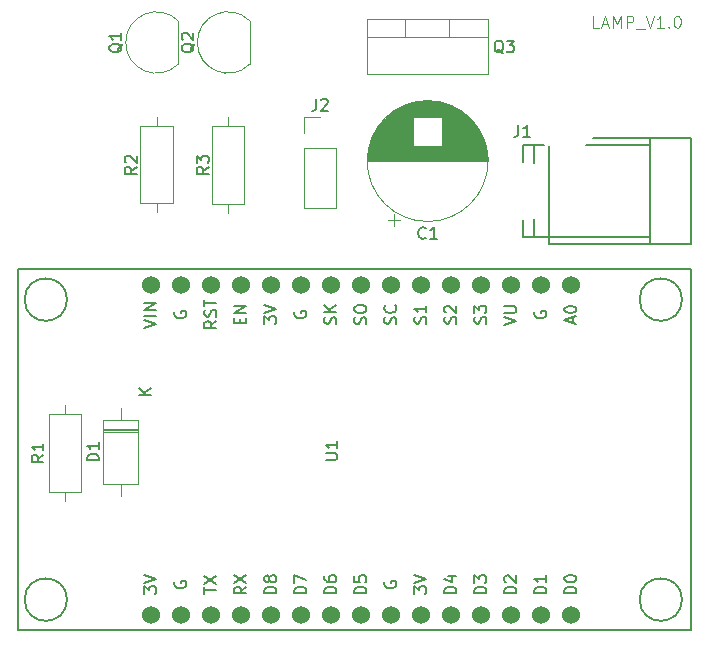
<source format=gto>
%TF.GenerationSoftware,KiCad,Pcbnew,7.0.1*%
%TF.CreationDate,2023-03-30T07:30:20+02:00*%
%TF.ProjectId,board,626f6172-642e-46b6-9963-61645f706362,rev?*%
%TF.SameCoordinates,Original*%
%TF.FileFunction,Legend,Top*%
%TF.FilePolarity,Positive*%
%FSLAX46Y46*%
G04 Gerber Fmt 4.6, Leading zero omitted, Abs format (unit mm)*
G04 Created by KiCad (PCBNEW 7.0.1) date 2023-03-30 07:30:20*
%MOMM*%
%LPD*%
G01*
G04 APERTURE LIST*
%ADD10C,0.100000*%
%ADD11C,0.150000*%
%ADD12C,0.120000*%
%ADD13C,0.200000*%
%ADD14C,1.524000*%
G04 APERTURE END LIST*
D10*
X77214285Y-33977619D02*
X76738095Y-33977619D01*
X76738095Y-33977619D02*
X76738095Y-32977619D01*
X77500000Y-33691904D02*
X77976190Y-33691904D01*
X77404762Y-33977619D02*
X77738095Y-32977619D01*
X77738095Y-32977619D02*
X78071428Y-33977619D01*
X78404762Y-33977619D02*
X78404762Y-32977619D01*
X78404762Y-32977619D02*
X78738095Y-33691904D01*
X78738095Y-33691904D02*
X79071428Y-32977619D01*
X79071428Y-32977619D02*
X79071428Y-33977619D01*
X79547619Y-33977619D02*
X79547619Y-32977619D01*
X79547619Y-32977619D02*
X79928571Y-32977619D01*
X79928571Y-32977619D02*
X80023809Y-33025238D01*
X80023809Y-33025238D02*
X80071428Y-33072857D01*
X80071428Y-33072857D02*
X80119047Y-33168095D01*
X80119047Y-33168095D02*
X80119047Y-33310952D01*
X80119047Y-33310952D02*
X80071428Y-33406190D01*
X80071428Y-33406190D02*
X80023809Y-33453809D01*
X80023809Y-33453809D02*
X79928571Y-33501428D01*
X79928571Y-33501428D02*
X79547619Y-33501428D01*
X80309524Y-34072857D02*
X81071428Y-34072857D01*
X81166667Y-32977619D02*
X81500000Y-33977619D01*
X81500000Y-33977619D02*
X81833333Y-32977619D01*
X82690476Y-33977619D02*
X82119048Y-33977619D01*
X82404762Y-33977619D02*
X82404762Y-32977619D01*
X82404762Y-32977619D02*
X82309524Y-33120476D01*
X82309524Y-33120476D02*
X82214286Y-33215714D01*
X82214286Y-33215714D02*
X82119048Y-33263333D01*
X83119048Y-33882380D02*
X83166667Y-33930000D01*
X83166667Y-33930000D02*
X83119048Y-33977619D01*
X83119048Y-33977619D02*
X83071429Y-33930000D01*
X83071429Y-33930000D02*
X83119048Y-33882380D01*
X83119048Y-33882380D02*
X83119048Y-33977619D01*
X83785714Y-32977619D02*
X83880952Y-32977619D01*
X83880952Y-32977619D02*
X83976190Y-33025238D01*
X83976190Y-33025238D02*
X84023809Y-33072857D01*
X84023809Y-33072857D02*
X84071428Y-33168095D01*
X84071428Y-33168095D02*
X84119047Y-33358571D01*
X84119047Y-33358571D02*
X84119047Y-33596666D01*
X84119047Y-33596666D02*
X84071428Y-33787142D01*
X84071428Y-33787142D02*
X84023809Y-33882380D01*
X84023809Y-33882380D02*
X83976190Y-33930000D01*
X83976190Y-33930000D02*
X83880952Y-33977619D01*
X83880952Y-33977619D02*
X83785714Y-33977619D01*
X83785714Y-33977619D02*
X83690476Y-33930000D01*
X83690476Y-33930000D02*
X83642857Y-33882380D01*
X83642857Y-33882380D02*
X83595238Y-33787142D01*
X83595238Y-33787142D02*
X83547619Y-33596666D01*
X83547619Y-33596666D02*
X83547619Y-33358571D01*
X83547619Y-33358571D02*
X83595238Y-33168095D01*
X83595238Y-33168095D02*
X83642857Y-33072857D01*
X83642857Y-33072857D02*
X83690476Y-33025238D01*
X83690476Y-33025238D02*
X83785714Y-32977619D01*
D11*
%TO.C,Q3*%
X69104761Y-36157857D02*
X69009523Y-36110238D01*
X69009523Y-36110238D02*
X68914285Y-36015000D01*
X68914285Y-36015000D02*
X68771428Y-35872142D01*
X68771428Y-35872142D02*
X68676190Y-35824523D01*
X68676190Y-35824523D02*
X68580952Y-35824523D01*
X68628571Y-36062619D02*
X68533333Y-36015000D01*
X68533333Y-36015000D02*
X68438095Y-35919761D01*
X68438095Y-35919761D02*
X68390476Y-35729285D01*
X68390476Y-35729285D02*
X68390476Y-35395952D01*
X68390476Y-35395952D02*
X68438095Y-35205476D01*
X68438095Y-35205476D02*
X68533333Y-35110238D01*
X68533333Y-35110238D02*
X68628571Y-35062619D01*
X68628571Y-35062619D02*
X68819047Y-35062619D01*
X68819047Y-35062619D02*
X68914285Y-35110238D01*
X68914285Y-35110238D02*
X69009523Y-35205476D01*
X69009523Y-35205476D02*
X69057142Y-35395952D01*
X69057142Y-35395952D02*
X69057142Y-35729285D01*
X69057142Y-35729285D02*
X69009523Y-35919761D01*
X69009523Y-35919761D02*
X68914285Y-36015000D01*
X68914285Y-36015000D02*
X68819047Y-36062619D01*
X68819047Y-36062619D02*
X68628571Y-36062619D01*
X69390476Y-35062619D02*
X70009523Y-35062619D01*
X70009523Y-35062619D02*
X69676190Y-35443571D01*
X69676190Y-35443571D02*
X69819047Y-35443571D01*
X69819047Y-35443571D02*
X69914285Y-35491190D01*
X69914285Y-35491190D02*
X69961904Y-35538809D01*
X69961904Y-35538809D02*
X70009523Y-35634047D01*
X70009523Y-35634047D02*
X70009523Y-35872142D01*
X70009523Y-35872142D02*
X69961904Y-35967380D01*
X69961904Y-35967380D02*
X69914285Y-36015000D01*
X69914285Y-36015000D02*
X69819047Y-36062619D01*
X69819047Y-36062619D02*
X69533333Y-36062619D01*
X69533333Y-36062619D02*
X69438095Y-36015000D01*
X69438095Y-36015000D02*
X69390476Y-35967380D01*
%TO.C,Q2*%
X42957857Y-35325238D02*
X42910238Y-35420476D01*
X42910238Y-35420476D02*
X42815000Y-35515714D01*
X42815000Y-35515714D02*
X42672142Y-35658571D01*
X42672142Y-35658571D02*
X42624523Y-35753809D01*
X42624523Y-35753809D02*
X42624523Y-35849047D01*
X42862619Y-35801428D02*
X42815000Y-35896666D01*
X42815000Y-35896666D02*
X42719761Y-35991904D01*
X42719761Y-35991904D02*
X42529285Y-36039523D01*
X42529285Y-36039523D02*
X42195952Y-36039523D01*
X42195952Y-36039523D02*
X42005476Y-35991904D01*
X42005476Y-35991904D02*
X41910238Y-35896666D01*
X41910238Y-35896666D02*
X41862619Y-35801428D01*
X41862619Y-35801428D02*
X41862619Y-35610952D01*
X41862619Y-35610952D02*
X41910238Y-35515714D01*
X41910238Y-35515714D02*
X42005476Y-35420476D01*
X42005476Y-35420476D02*
X42195952Y-35372857D01*
X42195952Y-35372857D02*
X42529285Y-35372857D01*
X42529285Y-35372857D02*
X42719761Y-35420476D01*
X42719761Y-35420476D02*
X42815000Y-35515714D01*
X42815000Y-35515714D02*
X42862619Y-35610952D01*
X42862619Y-35610952D02*
X42862619Y-35801428D01*
X41957857Y-34991904D02*
X41910238Y-34944285D01*
X41910238Y-34944285D02*
X41862619Y-34849047D01*
X41862619Y-34849047D02*
X41862619Y-34610952D01*
X41862619Y-34610952D02*
X41910238Y-34515714D01*
X41910238Y-34515714D02*
X41957857Y-34468095D01*
X41957857Y-34468095D02*
X42053095Y-34420476D01*
X42053095Y-34420476D02*
X42148333Y-34420476D01*
X42148333Y-34420476D02*
X42291190Y-34468095D01*
X42291190Y-34468095D02*
X42862619Y-35039523D01*
X42862619Y-35039523D02*
X42862619Y-34420476D01*
%TO.C,D1*%
X34862619Y-70618094D02*
X33862619Y-70618094D01*
X33862619Y-70618094D02*
X33862619Y-70379999D01*
X33862619Y-70379999D02*
X33910238Y-70237142D01*
X33910238Y-70237142D02*
X34005476Y-70141904D01*
X34005476Y-70141904D02*
X34100714Y-70094285D01*
X34100714Y-70094285D02*
X34291190Y-70046666D01*
X34291190Y-70046666D02*
X34434047Y-70046666D01*
X34434047Y-70046666D02*
X34624523Y-70094285D01*
X34624523Y-70094285D02*
X34719761Y-70141904D01*
X34719761Y-70141904D02*
X34815000Y-70237142D01*
X34815000Y-70237142D02*
X34862619Y-70379999D01*
X34862619Y-70379999D02*
X34862619Y-70618094D01*
X34862619Y-69094285D02*
X34862619Y-69665713D01*
X34862619Y-69379999D02*
X33862619Y-69379999D01*
X33862619Y-69379999D02*
X34005476Y-69475237D01*
X34005476Y-69475237D02*
X34100714Y-69570475D01*
X34100714Y-69570475D02*
X34148333Y-69665713D01*
X39262619Y-65061904D02*
X38262619Y-65061904D01*
X39262619Y-64490476D02*
X38691190Y-64919047D01*
X38262619Y-64490476D02*
X38834047Y-65061904D01*
%TO.C,Q1*%
X36857857Y-35325238D02*
X36810238Y-35420476D01*
X36810238Y-35420476D02*
X36715000Y-35515714D01*
X36715000Y-35515714D02*
X36572142Y-35658571D01*
X36572142Y-35658571D02*
X36524523Y-35753809D01*
X36524523Y-35753809D02*
X36524523Y-35849047D01*
X36762619Y-35801428D02*
X36715000Y-35896666D01*
X36715000Y-35896666D02*
X36619761Y-35991904D01*
X36619761Y-35991904D02*
X36429285Y-36039523D01*
X36429285Y-36039523D02*
X36095952Y-36039523D01*
X36095952Y-36039523D02*
X35905476Y-35991904D01*
X35905476Y-35991904D02*
X35810238Y-35896666D01*
X35810238Y-35896666D02*
X35762619Y-35801428D01*
X35762619Y-35801428D02*
X35762619Y-35610952D01*
X35762619Y-35610952D02*
X35810238Y-35515714D01*
X35810238Y-35515714D02*
X35905476Y-35420476D01*
X35905476Y-35420476D02*
X36095952Y-35372857D01*
X36095952Y-35372857D02*
X36429285Y-35372857D01*
X36429285Y-35372857D02*
X36619761Y-35420476D01*
X36619761Y-35420476D02*
X36715000Y-35515714D01*
X36715000Y-35515714D02*
X36762619Y-35610952D01*
X36762619Y-35610952D02*
X36762619Y-35801428D01*
X36762619Y-34420476D02*
X36762619Y-34991904D01*
X36762619Y-34706190D02*
X35762619Y-34706190D01*
X35762619Y-34706190D02*
X35905476Y-34801428D01*
X35905476Y-34801428D02*
X36000714Y-34896666D01*
X36000714Y-34896666D02*
X36048333Y-34991904D01*
%TO.C,R1*%
X30162619Y-70146666D02*
X29686428Y-70479999D01*
X30162619Y-70718094D02*
X29162619Y-70718094D01*
X29162619Y-70718094D02*
X29162619Y-70337142D01*
X29162619Y-70337142D02*
X29210238Y-70241904D01*
X29210238Y-70241904D02*
X29257857Y-70194285D01*
X29257857Y-70194285D02*
X29353095Y-70146666D01*
X29353095Y-70146666D02*
X29495952Y-70146666D01*
X29495952Y-70146666D02*
X29591190Y-70194285D01*
X29591190Y-70194285D02*
X29638809Y-70241904D01*
X29638809Y-70241904D02*
X29686428Y-70337142D01*
X29686428Y-70337142D02*
X29686428Y-70718094D01*
X30162619Y-69194285D02*
X30162619Y-69765713D01*
X30162619Y-69479999D02*
X29162619Y-69479999D01*
X29162619Y-69479999D02*
X29305476Y-69575237D01*
X29305476Y-69575237D02*
X29400714Y-69670475D01*
X29400714Y-69670475D02*
X29448333Y-69765713D01*
%TO.C,R3*%
X44162619Y-45766666D02*
X43686428Y-46099999D01*
X44162619Y-46338094D02*
X43162619Y-46338094D01*
X43162619Y-46338094D02*
X43162619Y-45957142D01*
X43162619Y-45957142D02*
X43210238Y-45861904D01*
X43210238Y-45861904D02*
X43257857Y-45814285D01*
X43257857Y-45814285D02*
X43353095Y-45766666D01*
X43353095Y-45766666D02*
X43495952Y-45766666D01*
X43495952Y-45766666D02*
X43591190Y-45814285D01*
X43591190Y-45814285D02*
X43638809Y-45861904D01*
X43638809Y-45861904D02*
X43686428Y-45957142D01*
X43686428Y-45957142D02*
X43686428Y-46338094D01*
X43162619Y-45433332D02*
X43162619Y-44814285D01*
X43162619Y-44814285D02*
X43543571Y-45147618D01*
X43543571Y-45147618D02*
X43543571Y-45004761D01*
X43543571Y-45004761D02*
X43591190Y-44909523D01*
X43591190Y-44909523D02*
X43638809Y-44861904D01*
X43638809Y-44861904D02*
X43734047Y-44814285D01*
X43734047Y-44814285D02*
X43972142Y-44814285D01*
X43972142Y-44814285D02*
X44067380Y-44861904D01*
X44067380Y-44861904D02*
X44115000Y-44909523D01*
X44115000Y-44909523D02*
X44162619Y-45004761D01*
X44162619Y-45004761D02*
X44162619Y-45290475D01*
X44162619Y-45290475D02*
X44115000Y-45385713D01*
X44115000Y-45385713D02*
X44067380Y-45433332D01*
%TO.C,J2*%
X53266666Y-39992619D02*
X53266666Y-40706904D01*
X53266666Y-40706904D02*
X53219047Y-40849761D01*
X53219047Y-40849761D02*
X53123809Y-40945000D01*
X53123809Y-40945000D02*
X52980952Y-40992619D01*
X52980952Y-40992619D02*
X52885714Y-40992619D01*
X53695238Y-40087857D02*
X53742857Y-40040238D01*
X53742857Y-40040238D02*
X53838095Y-39992619D01*
X53838095Y-39992619D02*
X54076190Y-39992619D01*
X54076190Y-39992619D02*
X54171428Y-40040238D01*
X54171428Y-40040238D02*
X54219047Y-40087857D01*
X54219047Y-40087857D02*
X54266666Y-40183095D01*
X54266666Y-40183095D02*
X54266666Y-40278333D01*
X54266666Y-40278333D02*
X54219047Y-40421190D01*
X54219047Y-40421190D02*
X53647619Y-40992619D01*
X53647619Y-40992619D02*
X54266666Y-40992619D01*
%TO.C,U1*%
X54062619Y-70561904D02*
X54872142Y-70561904D01*
X54872142Y-70561904D02*
X54967380Y-70514285D01*
X54967380Y-70514285D02*
X55015000Y-70466666D01*
X55015000Y-70466666D02*
X55062619Y-70371428D01*
X55062619Y-70371428D02*
X55062619Y-70180952D01*
X55062619Y-70180952D02*
X55015000Y-70085714D01*
X55015000Y-70085714D02*
X54967380Y-70038095D01*
X54967380Y-70038095D02*
X54872142Y-69990476D01*
X54872142Y-69990476D02*
X54062619Y-69990476D01*
X55062619Y-68990476D02*
X55062619Y-69561904D01*
X55062619Y-69276190D02*
X54062619Y-69276190D01*
X54062619Y-69276190D02*
X54205476Y-69371428D01*
X54205476Y-69371428D02*
X54300714Y-69466666D01*
X54300714Y-69466666D02*
X54348333Y-69561904D01*
X41310238Y-80868095D02*
X41262619Y-80963333D01*
X41262619Y-80963333D02*
X41262619Y-81106190D01*
X41262619Y-81106190D02*
X41310238Y-81249047D01*
X41310238Y-81249047D02*
X41405476Y-81344285D01*
X41405476Y-81344285D02*
X41500714Y-81391904D01*
X41500714Y-81391904D02*
X41691190Y-81439523D01*
X41691190Y-81439523D02*
X41834047Y-81439523D01*
X41834047Y-81439523D02*
X42024523Y-81391904D01*
X42024523Y-81391904D02*
X42119761Y-81344285D01*
X42119761Y-81344285D02*
X42215000Y-81249047D01*
X42215000Y-81249047D02*
X42262619Y-81106190D01*
X42262619Y-81106190D02*
X42262619Y-81010952D01*
X42262619Y-81010952D02*
X42215000Y-80868095D01*
X42215000Y-80868095D02*
X42167380Y-80820476D01*
X42167380Y-80820476D02*
X41834047Y-80820476D01*
X41834047Y-80820476D02*
X41834047Y-81010952D01*
X48882619Y-59031904D02*
X48882619Y-58412857D01*
X48882619Y-58412857D02*
X49263571Y-58746190D01*
X49263571Y-58746190D02*
X49263571Y-58603333D01*
X49263571Y-58603333D02*
X49311190Y-58508095D01*
X49311190Y-58508095D02*
X49358809Y-58460476D01*
X49358809Y-58460476D02*
X49454047Y-58412857D01*
X49454047Y-58412857D02*
X49692142Y-58412857D01*
X49692142Y-58412857D02*
X49787380Y-58460476D01*
X49787380Y-58460476D02*
X49835000Y-58508095D01*
X49835000Y-58508095D02*
X49882619Y-58603333D01*
X49882619Y-58603333D02*
X49882619Y-58889047D01*
X49882619Y-58889047D02*
X49835000Y-58984285D01*
X49835000Y-58984285D02*
X49787380Y-59031904D01*
X48882619Y-58127142D02*
X49882619Y-57793809D01*
X49882619Y-57793809D02*
X48882619Y-57460476D01*
X54962619Y-81868094D02*
X53962619Y-81868094D01*
X53962619Y-81868094D02*
X53962619Y-81629999D01*
X53962619Y-81629999D02*
X54010238Y-81487142D01*
X54010238Y-81487142D02*
X54105476Y-81391904D01*
X54105476Y-81391904D02*
X54200714Y-81344285D01*
X54200714Y-81344285D02*
X54391190Y-81296666D01*
X54391190Y-81296666D02*
X54534047Y-81296666D01*
X54534047Y-81296666D02*
X54724523Y-81344285D01*
X54724523Y-81344285D02*
X54819761Y-81391904D01*
X54819761Y-81391904D02*
X54915000Y-81487142D01*
X54915000Y-81487142D02*
X54962619Y-81629999D01*
X54962619Y-81629999D02*
X54962619Y-81868094D01*
X53962619Y-80439523D02*
X53962619Y-80629999D01*
X53962619Y-80629999D02*
X54010238Y-80725237D01*
X54010238Y-80725237D02*
X54057857Y-80772856D01*
X54057857Y-80772856D02*
X54200714Y-80868094D01*
X54200714Y-80868094D02*
X54391190Y-80915713D01*
X54391190Y-80915713D02*
X54772142Y-80915713D01*
X54772142Y-80915713D02*
X54867380Y-80868094D01*
X54867380Y-80868094D02*
X54915000Y-80820475D01*
X54915000Y-80820475D02*
X54962619Y-80725237D01*
X54962619Y-80725237D02*
X54962619Y-80534761D01*
X54962619Y-80534761D02*
X54915000Y-80439523D01*
X54915000Y-80439523D02*
X54867380Y-80391904D01*
X54867380Y-80391904D02*
X54772142Y-80344285D01*
X54772142Y-80344285D02*
X54534047Y-80344285D01*
X54534047Y-80344285D02*
X54438809Y-80391904D01*
X54438809Y-80391904D02*
X54391190Y-80439523D01*
X54391190Y-80439523D02*
X54343571Y-80534761D01*
X54343571Y-80534761D02*
X54343571Y-80725237D01*
X54343571Y-80725237D02*
X54391190Y-80820475D01*
X54391190Y-80820475D02*
X54438809Y-80868094D01*
X54438809Y-80868094D02*
X54534047Y-80915713D01*
X75282619Y-81868094D02*
X74282619Y-81868094D01*
X74282619Y-81868094D02*
X74282619Y-81629999D01*
X74282619Y-81629999D02*
X74330238Y-81487142D01*
X74330238Y-81487142D02*
X74425476Y-81391904D01*
X74425476Y-81391904D02*
X74520714Y-81344285D01*
X74520714Y-81344285D02*
X74711190Y-81296666D01*
X74711190Y-81296666D02*
X74854047Y-81296666D01*
X74854047Y-81296666D02*
X75044523Y-81344285D01*
X75044523Y-81344285D02*
X75139761Y-81391904D01*
X75139761Y-81391904D02*
X75235000Y-81487142D01*
X75235000Y-81487142D02*
X75282619Y-81629999D01*
X75282619Y-81629999D02*
X75282619Y-81868094D01*
X74282619Y-80677618D02*
X74282619Y-80582380D01*
X74282619Y-80582380D02*
X74330238Y-80487142D01*
X74330238Y-80487142D02*
X74377857Y-80439523D01*
X74377857Y-80439523D02*
X74473095Y-80391904D01*
X74473095Y-80391904D02*
X74663571Y-80344285D01*
X74663571Y-80344285D02*
X74901666Y-80344285D01*
X74901666Y-80344285D02*
X75092142Y-80391904D01*
X75092142Y-80391904D02*
X75187380Y-80439523D01*
X75187380Y-80439523D02*
X75235000Y-80487142D01*
X75235000Y-80487142D02*
X75282619Y-80582380D01*
X75282619Y-80582380D02*
X75282619Y-80677618D01*
X75282619Y-80677618D02*
X75235000Y-80772856D01*
X75235000Y-80772856D02*
X75187380Y-80820475D01*
X75187380Y-80820475D02*
X75092142Y-80868094D01*
X75092142Y-80868094D02*
X74901666Y-80915713D01*
X74901666Y-80915713D02*
X74663571Y-80915713D01*
X74663571Y-80915713D02*
X74473095Y-80868094D01*
X74473095Y-80868094D02*
X74377857Y-80820475D01*
X74377857Y-80820475D02*
X74330238Y-80772856D01*
X74330238Y-80772856D02*
X74282619Y-80677618D01*
X70202619Y-81868094D02*
X69202619Y-81868094D01*
X69202619Y-81868094D02*
X69202619Y-81629999D01*
X69202619Y-81629999D02*
X69250238Y-81487142D01*
X69250238Y-81487142D02*
X69345476Y-81391904D01*
X69345476Y-81391904D02*
X69440714Y-81344285D01*
X69440714Y-81344285D02*
X69631190Y-81296666D01*
X69631190Y-81296666D02*
X69774047Y-81296666D01*
X69774047Y-81296666D02*
X69964523Y-81344285D01*
X69964523Y-81344285D02*
X70059761Y-81391904D01*
X70059761Y-81391904D02*
X70155000Y-81487142D01*
X70155000Y-81487142D02*
X70202619Y-81629999D01*
X70202619Y-81629999D02*
X70202619Y-81868094D01*
X69297857Y-80915713D02*
X69250238Y-80868094D01*
X69250238Y-80868094D02*
X69202619Y-80772856D01*
X69202619Y-80772856D02*
X69202619Y-80534761D01*
X69202619Y-80534761D02*
X69250238Y-80439523D01*
X69250238Y-80439523D02*
X69297857Y-80391904D01*
X69297857Y-80391904D02*
X69393095Y-80344285D01*
X69393095Y-80344285D02*
X69488333Y-80344285D01*
X69488333Y-80344285D02*
X69631190Y-80391904D01*
X69631190Y-80391904D02*
X70202619Y-80963332D01*
X70202619Y-80963332D02*
X70202619Y-80344285D01*
X54915000Y-59055713D02*
X54962619Y-58912856D01*
X54962619Y-58912856D02*
X54962619Y-58674761D01*
X54962619Y-58674761D02*
X54915000Y-58579523D01*
X54915000Y-58579523D02*
X54867380Y-58531904D01*
X54867380Y-58531904D02*
X54772142Y-58484285D01*
X54772142Y-58484285D02*
X54676904Y-58484285D01*
X54676904Y-58484285D02*
X54581666Y-58531904D01*
X54581666Y-58531904D02*
X54534047Y-58579523D01*
X54534047Y-58579523D02*
X54486428Y-58674761D01*
X54486428Y-58674761D02*
X54438809Y-58865237D01*
X54438809Y-58865237D02*
X54391190Y-58960475D01*
X54391190Y-58960475D02*
X54343571Y-59008094D01*
X54343571Y-59008094D02*
X54248333Y-59055713D01*
X54248333Y-59055713D02*
X54153095Y-59055713D01*
X54153095Y-59055713D02*
X54057857Y-59008094D01*
X54057857Y-59008094D02*
X54010238Y-58960475D01*
X54010238Y-58960475D02*
X53962619Y-58865237D01*
X53962619Y-58865237D02*
X53962619Y-58627142D01*
X53962619Y-58627142D02*
X54010238Y-58484285D01*
X54962619Y-58055713D02*
X53962619Y-58055713D01*
X54962619Y-57484285D02*
X54391190Y-57912856D01*
X53962619Y-57484285D02*
X54534047Y-58055713D01*
X69202619Y-59127142D02*
X70202619Y-58793809D01*
X70202619Y-58793809D02*
X69202619Y-58460476D01*
X69202619Y-58127142D02*
X70012142Y-58127142D01*
X70012142Y-58127142D02*
X70107380Y-58079523D01*
X70107380Y-58079523D02*
X70155000Y-58031904D01*
X70155000Y-58031904D02*
X70202619Y-57936666D01*
X70202619Y-57936666D02*
X70202619Y-57746190D01*
X70202619Y-57746190D02*
X70155000Y-57650952D01*
X70155000Y-57650952D02*
X70107380Y-57603333D01*
X70107380Y-57603333D02*
X70012142Y-57555714D01*
X70012142Y-57555714D02*
X69202619Y-57555714D01*
X41310238Y-58008095D02*
X41262619Y-58103333D01*
X41262619Y-58103333D02*
X41262619Y-58246190D01*
X41262619Y-58246190D02*
X41310238Y-58389047D01*
X41310238Y-58389047D02*
X41405476Y-58484285D01*
X41405476Y-58484285D02*
X41500714Y-58531904D01*
X41500714Y-58531904D02*
X41691190Y-58579523D01*
X41691190Y-58579523D02*
X41834047Y-58579523D01*
X41834047Y-58579523D02*
X42024523Y-58531904D01*
X42024523Y-58531904D02*
X42119761Y-58484285D01*
X42119761Y-58484285D02*
X42215000Y-58389047D01*
X42215000Y-58389047D02*
X42262619Y-58246190D01*
X42262619Y-58246190D02*
X42262619Y-58150952D01*
X42262619Y-58150952D02*
X42215000Y-58008095D01*
X42215000Y-58008095D02*
X42167380Y-57960476D01*
X42167380Y-57960476D02*
X41834047Y-57960476D01*
X41834047Y-57960476D02*
X41834047Y-58150952D01*
X62535000Y-59031904D02*
X62582619Y-58889047D01*
X62582619Y-58889047D02*
X62582619Y-58650952D01*
X62582619Y-58650952D02*
X62535000Y-58555714D01*
X62535000Y-58555714D02*
X62487380Y-58508095D01*
X62487380Y-58508095D02*
X62392142Y-58460476D01*
X62392142Y-58460476D02*
X62296904Y-58460476D01*
X62296904Y-58460476D02*
X62201666Y-58508095D01*
X62201666Y-58508095D02*
X62154047Y-58555714D01*
X62154047Y-58555714D02*
X62106428Y-58650952D01*
X62106428Y-58650952D02*
X62058809Y-58841428D01*
X62058809Y-58841428D02*
X62011190Y-58936666D01*
X62011190Y-58936666D02*
X61963571Y-58984285D01*
X61963571Y-58984285D02*
X61868333Y-59031904D01*
X61868333Y-59031904D02*
X61773095Y-59031904D01*
X61773095Y-59031904D02*
X61677857Y-58984285D01*
X61677857Y-58984285D02*
X61630238Y-58936666D01*
X61630238Y-58936666D02*
X61582619Y-58841428D01*
X61582619Y-58841428D02*
X61582619Y-58603333D01*
X61582619Y-58603333D02*
X61630238Y-58460476D01*
X62582619Y-57508095D02*
X62582619Y-58079523D01*
X62582619Y-57793809D02*
X61582619Y-57793809D01*
X61582619Y-57793809D02*
X61725476Y-57889047D01*
X61725476Y-57889047D02*
X61820714Y-57984285D01*
X61820714Y-57984285D02*
X61868333Y-58079523D01*
X46818809Y-59008094D02*
X46818809Y-58674761D01*
X47342619Y-58531904D02*
X47342619Y-59008094D01*
X47342619Y-59008094D02*
X46342619Y-59008094D01*
X46342619Y-59008094D02*
X46342619Y-58531904D01*
X47342619Y-58103332D02*
X46342619Y-58103332D01*
X46342619Y-58103332D02*
X47342619Y-57531904D01*
X47342619Y-57531904D02*
X46342619Y-57531904D01*
X67615000Y-59031904D02*
X67662619Y-58889047D01*
X67662619Y-58889047D02*
X67662619Y-58650952D01*
X67662619Y-58650952D02*
X67615000Y-58555714D01*
X67615000Y-58555714D02*
X67567380Y-58508095D01*
X67567380Y-58508095D02*
X67472142Y-58460476D01*
X67472142Y-58460476D02*
X67376904Y-58460476D01*
X67376904Y-58460476D02*
X67281666Y-58508095D01*
X67281666Y-58508095D02*
X67234047Y-58555714D01*
X67234047Y-58555714D02*
X67186428Y-58650952D01*
X67186428Y-58650952D02*
X67138809Y-58841428D01*
X67138809Y-58841428D02*
X67091190Y-58936666D01*
X67091190Y-58936666D02*
X67043571Y-58984285D01*
X67043571Y-58984285D02*
X66948333Y-59031904D01*
X66948333Y-59031904D02*
X66853095Y-59031904D01*
X66853095Y-59031904D02*
X66757857Y-58984285D01*
X66757857Y-58984285D02*
X66710238Y-58936666D01*
X66710238Y-58936666D02*
X66662619Y-58841428D01*
X66662619Y-58841428D02*
X66662619Y-58603333D01*
X66662619Y-58603333D02*
X66710238Y-58460476D01*
X66662619Y-58127142D02*
X66662619Y-57508095D01*
X66662619Y-57508095D02*
X67043571Y-57841428D01*
X67043571Y-57841428D02*
X67043571Y-57698571D01*
X67043571Y-57698571D02*
X67091190Y-57603333D01*
X67091190Y-57603333D02*
X67138809Y-57555714D01*
X67138809Y-57555714D02*
X67234047Y-57508095D01*
X67234047Y-57508095D02*
X67472142Y-57508095D01*
X67472142Y-57508095D02*
X67567380Y-57555714D01*
X67567380Y-57555714D02*
X67615000Y-57603333D01*
X67615000Y-57603333D02*
X67662619Y-57698571D01*
X67662619Y-57698571D02*
X67662619Y-57984285D01*
X67662619Y-57984285D02*
X67615000Y-58079523D01*
X67615000Y-58079523D02*
X67567380Y-58127142D01*
X67662619Y-81868094D02*
X66662619Y-81868094D01*
X66662619Y-81868094D02*
X66662619Y-81629999D01*
X66662619Y-81629999D02*
X66710238Y-81487142D01*
X66710238Y-81487142D02*
X66805476Y-81391904D01*
X66805476Y-81391904D02*
X66900714Y-81344285D01*
X66900714Y-81344285D02*
X67091190Y-81296666D01*
X67091190Y-81296666D02*
X67234047Y-81296666D01*
X67234047Y-81296666D02*
X67424523Y-81344285D01*
X67424523Y-81344285D02*
X67519761Y-81391904D01*
X67519761Y-81391904D02*
X67615000Y-81487142D01*
X67615000Y-81487142D02*
X67662619Y-81629999D01*
X67662619Y-81629999D02*
X67662619Y-81868094D01*
X66662619Y-80963332D02*
X66662619Y-80344285D01*
X66662619Y-80344285D02*
X67043571Y-80677618D01*
X67043571Y-80677618D02*
X67043571Y-80534761D01*
X67043571Y-80534761D02*
X67091190Y-80439523D01*
X67091190Y-80439523D02*
X67138809Y-80391904D01*
X67138809Y-80391904D02*
X67234047Y-80344285D01*
X67234047Y-80344285D02*
X67472142Y-80344285D01*
X67472142Y-80344285D02*
X67567380Y-80391904D01*
X67567380Y-80391904D02*
X67615000Y-80439523D01*
X67615000Y-80439523D02*
X67662619Y-80534761D01*
X67662619Y-80534761D02*
X67662619Y-80820475D01*
X67662619Y-80820475D02*
X67615000Y-80915713D01*
X67615000Y-80915713D02*
X67567380Y-80963332D01*
X49882619Y-81868094D02*
X48882619Y-81868094D01*
X48882619Y-81868094D02*
X48882619Y-81629999D01*
X48882619Y-81629999D02*
X48930238Y-81487142D01*
X48930238Y-81487142D02*
X49025476Y-81391904D01*
X49025476Y-81391904D02*
X49120714Y-81344285D01*
X49120714Y-81344285D02*
X49311190Y-81296666D01*
X49311190Y-81296666D02*
X49454047Y-81296666D01*
X49454047Y-81296666D02*
X49644523Y-81344285D01*
X49644523Y-81344285D02*
X49739761Y-81391904D01*
X49739761Y-81391904D02*
X49835000Y-81487142D01*
X49835000Y-81487142D02*
X49882619Y-81629999D01*
X49882619Y-81629999D02*
X49882619Y-81868094D01*
X49311190Y-80725237D02*
X49263571Y-80820475D01*
X49263571Y-80820475D02*
X49215952Y-80868094D01*
X49215952Y-80868094D02*
X49120714Y-80915713D01*
X49120714Y-80915713D02*
X49073095Y-80915713D01*
X49073095Y-80915713D02*
X48977857Y-80868094D01*
X48977857Y-80868094D02*
X48930238Y-80820475D01*
X48930238Y-80820475D02*
X48882619Y-80725237D01*
X48882619Y-80725237D02*
X48882619Y-80534761D01*
X48882619Y-80534761D02*
X48930238Y-80439523D01*
X48930238Y-80439523D02*
X48977857Y-80391904D01*
X48977857Y-80391904D02*
X49073095Y-80344285D01*
X49073095Y-80344285D02*
X49120714Y-80344285D01*
X49120714Y-80344285D02*
X49215952Y-80391904D01*
X49215952Y-80391904D02*
X49263571Y-80439523D01*
X49263571Y-80439523D02*
X49311190Y-80534761D01*
X49311190Y-80534761D02*
X49311190Y-80725237D01*
X49311190Y-80725237D02*
X49358809Y-80820475D01*
X49358809Y-80820475D02*
X49406428Y-80868094D01*
X49406428Y-80868094D02*
X49501666Y-80915713D01*
X49501666Y-80915713D02*
X49692142Y-80915713D01*
X49692142Y-80915713D02*
X49787380Y-80868094D01*
X49787380Y-80868094D02*
X49835000Y-80820475D01*
X49835000Y-80820475D02*
X49882619Y-80725237D01*
X49882619Y-80725237D02*
X49882619Y-80534761D01*
X49882619Y-80534761D02*
X49835000Y-80439523D01*
X49835000Y-80439523D02*
X49787380Y-80391904D01*
X49787380Y-80391904D02*
X49692142Y-80344285D01*
X49692142Y-80344285D02*
X49501666Y-80344285D01*
X49501666Y-80344285D02*
X49406428Y-80391904D01*
X49406428Y-80391904D02*
X49358809Y-80439523D01*
X49358809Y-80439523D02*
X49311190Y-80534761D01*
X43802619Y-81891904D02*
X43802619Y-81320476D01*
X44802619Y-81606190D02*
X43802619Y-81606190D01*
X43802619Y-81082380D02*
X44802619Y-80415714D01*
X43802619Y-80415714D02*
X44802619Y-81082380D01*
X71790238Y-58008095D02*
X71742619Y-58103333D01*
X71742619Y-58103333D02*
X71742619Y-58246190D01*
X71742619Y-58246190D02*
X71790238Y-58389047D01*
X71790238Y-58389047D02*
X71885476Y-58484285D01*
X71885476Y-58484285D02*
X71980714Y-58531904D01*
X71980714Y-58531904D02*
X72171190Y-58579523D01*
X72171190Y-58579523D02*
X72314047Y-58579523D01*
X72314047Y-58579523D02*
X72504523Y-58531904D01*
X72504523Y-58531904D02*
X72599761Y-58484285D01*
X72599761Y-58484285D02*
X72695000Y-58389047D01*
X72695000Y-58389047D02*
X72742619Y-58246190D01*
X72742619Y-58246190D02*
X72742619Y-58150952D01*
X72742619Y-58150952D02*
X72695000Y-58008095D01*
X72695000Y-58008095D02*
X72647380Y-57960476D01*
X72647380Y-57960476D02*
X72314047Y-57960476D01*
X72314047Y-57960476D02*
X72314047Y-58150952D01*
X61582619Y-81891904D02*
X61582619Y-81272857D01*
X61582619Y-81272857D02*
X61963571Y-81606190D01*
X61963571Y-81606190D02*
X61963571Y-81463333D01*
X61963571Y-81463333D02*
X62011190Y-81368095D01*
X62011190Y-81368095D02*
X62058809Y-81320476D01*
X62058809Y-81320476D02*
X62154047Y-81272857D01*
X62154047Y-81272857D02*
X62392142Y-81272857D01*
X62392142Y-81272857D02*
X62487380Y-81320476D01*
X62487380Y-81320476D02*
X62535000Y-81368095D01*
X62535000Y-81368095D02*
X62582619Y-81463333D01*
X62582619Y-81463333D02*
X62582619Y-81749047D01*
X62582619Y-81749047D02*
X62535000Y-81844285D01*
X62535000Y-81844285D02*
X62487380Y-81891904D01*
X61582619Y-80987142D02*
X62582619Y-80653809D01*
X62582619Y-80653809D02*
X61582619Y-80320476D01*
X65075000Y-59031904D02*
X65122619Y-58889047D01*
X65122619Y-58889047D02*
X65122619Y-58650952D01*
X65122619Y-58650952D02*
X65075000Y-58555714D01*
X65075000Y-58555714D02*
X65027380Y-58508095D01*
X65027380Y-58508095D02*
X64932142Y-58460476D01*
X64932142Y-58460476D02*
X64836904Y-58460476D01*
X64836904Y-58460476D02*
X64741666Y-58508095D01*
X64741666Y-58508095D02*
X64694047Y-58555714D01*
X64694047Y-58555714D02*
X64646428Y-58650952D01*
X64646428Y-58650952D02*
X64598809Y-58841428D01*
X64598809Y-58841428D02*
X64551190Y-58936666D01*
X64551190Y-58936666D02*
X64503571Y-58984285D01*
X64503571Y-58984285D02*
X64408333Y-59031904D01*
X64408333Y-59031904D02*
X64313095Y-59031904D01*
X64313095Y-59031904D02*
X64217857Y-58984285D01*
X64217857Y-58984285D02*
X64170238Y-58936666D01*
X64170238Y-58936666D02*
X64122619Y-58841428D01*
X64122619Y-58841428D02*
X64122619Y-58603333D01*
X64122619Y-58603333D02*
X64170238Y-58460476D01*
X64217857Y-58079523D02*
X64170238Y-58031904D01*
X64170238Y-58031904D02*
X64122619Y-57936666D01*
X64122619Y-57936666D02*
X64122619Y-57698571D01*
X64122619Y-57698571D02*
X64170238Y-57603333D01*
X64170238Y-57603333D02*
X64217857Y-57555714D01*
X64217857Y-57555714D02*
X64313095Y-57508095D01*
X64313095Y-57508095D02*
X64408333Y-57508095D01*
X64408333Y-57508095D02*
X64551190Y-57555714D01*
X64551190Y-57555714D02*
X65122619Y-58127142D01*
X65122619Y-58127142D02*
X65122619Y-57508095D01*
X51470238Y-58008095D02*
X51422619Y-58103333D01*
X51422619Y-58103333D02*
X51422619Y-58246190D01*
X51422619Y-58246190D02*
X51470238Y-58389047D01*
X51470238Y-58389047D02*
X51565476Y-58484285D01*
X51565476Y-58484285D02*
X51660714Y-58531904D01*
X51660714Y-58531904D02*
X51851190Y-58579523D01*
X51851190Y-58579523D02*
X51994047Y-58579523D01*
X51994047Y-58579523D02*
X52184523Y-58531904D01*
X52184523Y-58531904D02*
X52279761Y-58484285D01*
X52279761Y-58484285D02*
X52375000Y-58389047D01*
X52375000Y-58389047D02*
X52422619Y-58246190D01*
X52422619Y-58246190D02*
X52422619Y-58150952D01*
X52422619Y-58150952D02*
X52375000Y-58008095D01*
X52375000Y-58008095D02*
X52327380Y-57960476D01*
X52327380Y-57960476D02*
X51994047Y-57960476D01*
X51994047Y-57960476D02*
X51994047Y-58150952D01*
X44802619Y-58817619D02*
X44326428Y-59150952D01*
X44802619Y-59389047D02*
X43802619Y-59389047D01*
X43802619Y-59389047D02*
X43802619Y-59008095D01*
X43802619Y-59008095D02*
X43850238Y-58912857D01*
X43850238Y-58912857D02*
X43897857Y-58865238D01*
X43897857Y-58865238D02*
X43993095Y-58817619D01*
X43993095Y-58817619D02*
X44135952Y-58817619D01*
X44135952Y-58817619D02*
X44231190Y-58865238D01*
X44231190Y-58865238D02*
X44278809Y-58912857D01*
X44278809Y-58912857D02*
X44326428Y-59008095D01*
X44326428Y-59008095D02*
X44326428Y-59389047D01*
X44755000Y-58436666D02*
X44802619Y-58293809D01*
X44802619Y-58293809D02*
X44802619Y-58055714D01*
X44802619Y-58055714D02*
X44755000Y-57960476D01*
X44755000Y-57960476D02*
X44707380Y-57912857D01*
X44707380Y-57912857D02*
X44612142Y-57865238D01*
X44612142Y-57865238D02*
X44516904Y-57865238D01*
X44516904Y-57865238D02*
X44421666Y-57912857D01*
X44421666Y-57912857D02*
X44374047Y-57960476D01*
X44374047Y-57960476D02*
X44326428Y-58055714D01*
X44326428Y-58055714D02*
X44278809Y-58246190D01*
X44278809Y-58246190D02*
X44231190Y-58341428D01*
X44231190Y-58341428D02*
X44183571Y-58389047D01*
X44183571Y-58389047D02*
X44088333Y-58436666D01*
X44088333Y-58436666D02*
X43993095Y-58436666D01*
X43993095Y-58436666D02*
X43897857Y-58389047D01*
X43897857Y-58389047D02*
X43850238Y-58341428D01*
X43850238Y-58341428D02*
X43802619Y-58246190D01*
X43802619Y-58246190D02*
X43802619Y-58008095D01*
X43802619Y-58008095D02*
X43850238Y-57865238D01*
X43802619Y-57579523D02*
X43802619Y-57008095D01*
X44802619Y-57293809D02*
X43802619Y-57293809D01*
X38722619Y-81891904D02*
X38722619Y-81272857D01*
X38722619Y-81272857D02*
X39103571Y-81606190D01*
X39103571Y-81606190D02*
X39103571Y-81463333D01*
X39103571Y-81463333D02*
X39151190Y-81368095D01*
X39151190Y-81368095D02*
X39198809Y-81320476D01*
X39198809Y-81320476D02*
X39294047Y-81272857D01*
X39294047Y-81272857D02*
X39532142Y-81272857D01*
X39532142Y-81272857D02*
X39627380Y-81320476D01*
X39627380Y-81320476D02*
X39675000Y-81368095D01*
X39675000Y-81368095D02*
X39722619Y-81463333D01*
X39722619Y-81463333D02*
X39722619Y-81749047D01*
X39722619Y-81749047D02*
X39675000Y-81844285D01*
X39675000Y-81844285D02*
X39627380Y-81891904D01*
X38722619Y-80987142D02*
X39722619Y-80653809D01*
X39722619Y-80653809D02*
X38722619Y-80320476D01*
X74996904Y-58984285D02*
X74996904Y-58508095D01*
X75282619Y-59079523D02*
X74282619Y-58746190D01*
X74282619Y-58746190D02*
X75282619Y-58412857D01*
X74282619Y-57889047D02*
X74282619Y-57793809D01*
X74282619Y-57793809D02*
X74330238Y-57698571D01*
X74330238Y-57698571D02*
X74377857Y-57650952D01*
X74377857Y-57650952D02*
X74473095Y-57603333D01*
X74473095Y-57603333D02*
X74663571Y-57555714D01*
X74663571Y-57555714D02*
X74901666Y-57555714D01*
X74901666Y-57555714D02*
X75092142Y-57603333D01*
X75092142Y-57603333D02*
X75187380Y-57650952D01*
X75187380Y-57650952D02*
X75235000Y-57698571D01*
X75235000Y-57698571D02*
X75282619Y-57793809D01*
X75282619Y-57793809D02*
X75282619Y-57889047D01*
X75282619Y-57889047D02*
X75235000Y-57984285D01*
X75235000Y-57984285D02*
X75187380Y-58031904D01*
X75187380Y-58031904D02*
X75092142Y-58079523D01*
X75092142Y-58079523D02*
X74901666Y-58127142D01*
X74901666Y-58127142D02*
X74663571Y-58127142D01*
X74663571Y-58127142D02*
X74473095Y-58079523D01*
X74473095Y-58079523D02*
X74377857Y-58031904D01*
X74377857Y-58031904D02*
X74330238Y-57984285D01*
X74330238Y-57984285D02*
X74282619Y-57889047D01*
X72742619Y-81868094D02*
X71742619Y-81868094D01*
X71742619Y-81868094D02*
X71742619Y-81629999D01*
X71742619Y-81629999D02*
X71790238Y-81487142D01*
X71790238Y-81487142D02*
X71885476Y-81391904D01*
X71885476Y-81391904D02*
X71980714Y-81344285D01*
X71980714Y-81344285D02*
X72171190Y-81296666D01*
X72171190Y-81296666D02*
X72314047Y-81296666D01*
X72314047Y-81296666D02*
X72504523Y-81344285D01*
X72504523Y-81344285D02*
X72599761Y-81391904D01*
X72599761Y-81391904D02*
X72695000Y-81487142D01*
X72695000Y-81487142D02*
X72742619Y-81629999D01*
X72742619Y-81629999D02*
X72742619Y-81868094D01*
X72742619Y-80344285D02*
X72742619Y-80915713D01*
X72742619Y-80629999D02*
X71742619Y-80629999D01*
X71742619Y-80629999D02*
X71885476Y-80725237D01*
X71885476Y-80725237D02*
X71980714Y-80820475D01*
X71980714Y-80820475D02*
X72028333Y-80915713D01*
X47342619Y-81296666D02*
X46866428Y-81629999D01*
X47342619Y-81868094D02*
X46342619Y-81868094D01*
X46342619Y-81868094D02*
X46342619Y-81487142D01*
X46342619Y-81487142D02*
X46390238Y-81391904D01*
X46390238Y-81391904D02*
X46437857Y-81344285D01*
X46437857Y-81344285D02*
X46533095Y-81296666D01*
X46533095Y-81296666D02*
X46675952Y-81296666D01*
X46675952Y-81296666D02*
X46771190Y-81344285D01*
X46771190Y-81344285D02*
X46818809Y-81391904D01*
X46818809Y-81391904D02*
X46866428Y-81487142D01*
X46866428Y-81487142D02*
X46866428Y-81868094D01*
X46342619Y-80963332D02*
X47342619Y-80296666D01*
X46342619Y-80296666D02*
X47342619Y-80963332D01*
X59090238Y-80868095D02*
X59042619Y-80963333D01*
X59042619Y-80963333D02*
X59042619Y-81106190D01*
X59042619Y-81106190D02*
X59090238Y-81249047D01*
X59090238Y-81249047D02*
X59185476Y-81344285D01*
X59185476Y-81344285D02*
X59280714Y-81391904D01*
X59280714Y-81391904D02*
X59471190Y-81439523D01*
X59471190Y-81439523D02*
X59614047Y-81439523D01*
X59614047Y-81439523D02*
X59804523Y-81391904D01*
X59804523Y-81391904D02*
X59899761Y-81344285D01*
X59899761Y-81344285D02*
X59995000Y-81249047D01*
X59995000Y-81249047D02*
X60042619Y-81106190D01*
X60042619Y-81106190D02*
X60042619Y-81010952D01*
X60042619Y-81010952D02*
X59995000Y-80868095D01*
X59995000Y-80868095D02*
X59947380Y-80820476D01*
X59947380Y-80820476D02*
X59614047Y-80820476D01*
X59614047Y-80820476D02*
X59614047Y-81010952D01*
X65122619Y-81868094D02*
X64122619Y-81868094D01*
X64122619Y-81868094D02*
X64122619Y-81629999D01*
X64122619Y-81629999D02*
X64170238Y-81487142D01*
X64170238Y-81487142D02*
X64265476Y-81391904D01*
X64265476Y-81391904D02*
X64360714Y-81344285D01*
X64360714Y-81344285D02*
X64551190Y-81296666D01*
X64551190Y-81296666D02*
X64694047Y-81296666D01*
X64694047Y-81296666D02*
X64884523Y-81344285D01*
X64884523Y-81344285D02*
X64979761Y-81391904D01*
X64979761Y-81391904D02*
X65075000Y-81487142D01*
X65075000Y-81487142D02*
X65122619Y-81629999D01*
X65122619Y-81629999D02*
X65122619Y-81868094D01*
X64455952Y-80439523D02*
X65122619Y-80439523D01*
X64075000Y-80677618D02*
X64789285Y-80915713D01*
X64789285Y-80915713D02*
X64789285Y-80296666D01*
X59995000Y-59055713D02*
X60042619Y-58912856D01*
X60042619Y-58912856D02*
X60042619Y-58674761D01*
X60042619Y-58674761D02*
X59995000Y-58579523D01*
X59995000Y-58579523D02*
X59947380Y-58531904D01*
X59947380Y-58531904D02*
X59852142Y-58484285D01*
X59852142Y-58484285D02*
X59756904Y-58484285D01*
X59756904Y-58484285D02*
X59661666Y-58531904D01*
X59661666Y-58531904D02*
X59614047Y-58579523D01*
X59614047Y-58579523D02*
X59566428Y-58674761D01*
X59566428Y-58674761D02*
X59518809Y-58865237D01*
X59518809Y-58865237D02*
X59471190Y-58960475D01*
X59471190Y-58960475D02*
X59423571Y-59008094D01*
X59423571Y-59008094D02*
X59328333Y-59055713D01*
X59328333Y-59055713D02*
X59233095Y-59055713D01*
X59233095Y-59055713D02*
X59137857Y-59008094D01*
X59137857Y-59008094D02*
X59090238Y-58960475D01*
X59090238Y-58960475D02*
X59042619Y-58865237D01*
X59042619Y-58865237D02*
X59042619Y-58627142D01*
X59042619Y-58627142D02*
X59090238Y-58484285D01*
X59947380Y-57484285D02*
X59995000Y-57531904D01*
X59995000Y-57531904D02*
X60042619Y-57674761D01*
X60042619Y-57674761D02*
X60042619Y-57769999D01*
X60042619Y-57769999D02*
X59995000Y-57912856D01*
X59995000Y-57912856D02*
X59899761Y-58008094D01*
X59899761Y-58008094D02*
X59804523Y-58055713D01*
X59804523Y-58055713D02*
X59614047Y-58103332D01*
X59614047Y-58103332D02*
X59471190Y-58103332D01*
X59471190Y-58103332D02*
X59280714Y-58055713D01*
X59280714Y-58055713D02*
X59185476Y-58008094D01*
X59185476Y-58008094D02*
X59090238Y-57912856D01*
X59090238Y-57912856D02*
X59042619Y-57769999D01*
X59042619Y-57769999D02*
X59042619Y-57674761D01*
X59042619Y-57674761D02*
X59090238Y-57531904D01*
X59090238Y-57531904D02*
X59137857Y-57484285D01*
X52422619Y-81868094D02*
X51422619Y-81868094D01*
X51422619Y-81868094D02*
X51422619Y-81629999D01*
X51422619Y-81629999D02*
X51470238Y-81487142D01*
X51470238Y-81487142D02*
X51565476Y-81391904D01*
X51565476Y-81391904D02*
X51660714Y-81344285D01*
X51660714Y-81344285D02*
X51851190Y-81296666D01*
X51851190Y-81296666D02*
X51994047Y-81296666D01*
X51994047Y-81296666D02*
X52184523Y-81344285D01*
X52184523Y-81344285D02*
X52279761Y-81391904D01*
X52279761Y-81391904D02*
X52375000Y-81487142D01*
X52375000Y-81487142D02*
X52422619Y-81629999D01*
X52422619Y-81629999D02*
X52422619Y-81868094D01*
X51422619Y-80963332D02*
X51422619Y-80296666D01*
X51422619Y-80296666D02*
X52422619Y-80725237D01*
X57455000Y-59079523D02*
X57502619Y-58936666D01*
X57502619Y-58936666D02*
X57502619Y-58698571D01*
X57502619Y-58698571D02*
X57455000Y-58603333D01*
X57455000Y-58603333D02*
X57407380Y-58555714D01*
X57407380Y-58555714D02*
X57312142Y-58508095D01*
X57312142Y-58508095D02*
X57216904Y-58508095D01*
X57216904Y-58508095D02*
X57121666Y-58555714D01*
X57121666Y-58555714D02*
X57074047Y-58603333D01*
X57074047Y-58603333D02*
X57026428Y-58698571D01*
X57026428Y-58698571D02*
X56978809Y-58889047D01*
X56978809Y-58889047D02*
X56931190Y-58984285D01*
X56931190Y-58984285D02*
X56883571Y-59031904D01*
X56883571Y-59031904D02*
X56788333Y-59079523D01*
X56788333Y-59079523D02*
X56693095Y-59079523D01*
X56693095Y-59079523D02*
X56597857Y-59031904D01*
X56597857Y-59031904D02*
X56550238Y-58984285D01*
X56550238Y-58984285D02*
X56502619Y-58889047D01*
X56502619Y-58889047D02*
X56502619Y-58650952D01*
X56502619Y-58650952D02*
X56550238Y-58508095D01*
X56502619Y-57889047D02*
X56502619Y-57698571D01*
X56502619Y-57698571D02*
X56550238Y-57603333D01*
X56550238Y-57603333D02*
X56645476Y-57508095D01*
X56645476Y-57508095D02*
X56835952Y-57460476D01*
X56835952Y-57460476D02*
X57169285Y-57460476D01*
X57169285Y-57460476D02*
X57359761Y-57508095D01*
X57359761Y-57508095D02*
X57455000Y-57603333D01*
X57455000Y-57603333D02*
X57502619Y-57698571D01*
X57502619Y-57698571D02*
X57502619Y-57889047D01*
X57502619Y-57889047D02*
X57455000Y-57984285D01*
X57455000Y-57984285D02*
X57359761Y-58079523D01*
X57359761Y-58079523D02*
X57169285Y-58127142D01*
X57169285Y-58127142D02*
X56835952Y-58127142D01*
X56835952Y-58127142D02*
X56645476Y-58079523D01*
X56645476Y-58079523D02*
X56550238Y-57984285D01*
X56550238Y-57984285D02*
X56502619Y-57889047D01*
X38722619Y-59365237D02*
X39722619Y-59031904D01*
X39722619Y-59031904D02*
X38722619Y-58698571D01*
X39722619Y-58365237D02*
X38722619Y-58365237D01*
X39722619Y-57889047D02*
X38722619Y-57889047D01*
X38722619Y-57889047D02*
X39722619Y-57317619D01*
X39722619Y-57317619D02*
X38722619Y-57317619D01*
X57502619Y-81868094D02*
X56502619Y-81868094D01*
X56502619Y-81868094D02*
X56502619Y-81629999D01*
X56502619Y-81629999D02*
X56550238Y-81487142D01*
X56550238Y-81487142D02*
X56645476Y-81391904D01*
X56645476Y-81391904D02*
X56740714Y-81344285D01*
X56740714Y-81344285D02*
X56931190Y-81296666D01*
X56931190Y-81296666D02*
X57074047Y-81296666D01*
X57074047Y-81296666D02*
X57264523Y-81344285D01*
X57264523Y-81344285D02*
X57359761Y-81391904D01*
X57359761Y-81391904D02*
X57455000Y-81487142D01*
X57455000Y-81487142D02*
X57502619Y-81629999D01*
X57502619Y-81629999D02*
X57502619Y-81868094D01*
X56502619Y-80391904D02*
X56502619Y-80868094D01*
X56502619Y-80868094D02*
X56978809Y-80915713D01*
X56978809Y-80915713D02*
X56931190Y-80868094D01*
X56931190Y-80868094D02*
X56883571Y-80772856D01*
X56883571Y-80772856D02*
X56883571Y-80534761D01*
X56883571Y-80534761D02*
X56931190Y-80439523D01*
X56931190Y-80439523D02*
X56978809Y-80391904D01*
X56978809Y-80391904D02*
X57074047Y-80344285D01*
X57074047Y-80344285D02*
X57312142Y-80344285D01*
X57312142Y-80344285D02*
X57407380Y-80391904D01*
X57407380Y-80391904D02*
X57455000Y-80439523D01*
X57455000Y-80439523D02*
X57502619Y-80534761D01*
X57502619Y-80534761D02*
X57502619Y-80772856D01*
X57502619Y-80772856D02*
X57455000Y-80868094D01*
X57455000Y-80868094D02*
X57407380Y-80915713D01*
%TO.C,J1*%
X70386466Y-42208019D02*
X70386466Y-42922304D01*
X70386466Y-42922304D02*
X70338847Y-43065161D01*
X70338847Y-43065161D02*
X70243609Y-43160400D01*
X70243609Y-43160400D02*
X70100752Y-43208019D01*
X70100752Y-43208019D02*
X70005514Y-43208019D01*
X71386466Y-43208019D02*
X70815038Y-43208019D01*
X71100752Y-43208019D02*
X71100752Y-42208019D01*
X71100752Y-42208019D02*
X71005514Y-42350876D01*
X71005514Y-42350876D02*
X70910276Y-42446114D01*
X70910276Y-42446114D02*
X70815038Y-42493733D01*
%TO.C,C1*%
X62533333Y-51767380D02*
X62485714Y-51815000D01*
X62485714Y-51815000D02*
X62342857Y-51862619D01*
X62342857Y-51862619D02*
X62247619Y-51862619D01*
X62247619Y-51862619D02*
X62104762Y-51815000D01*
X62104762Y-51815000D02*
X62009524Y-51719761D01*
X62009524Y-51719761D02*
X61961905Y-51624523D01*
X61961905Y-51624523D02*
X61914286Y-51434047D01*
X61914286Y-51434047D02*
X61914286Y-51291190D01*
X61914286Y-51291190D02*
X61961905Y-51100714D01*
X61961905Y-51100714D02*
X62009524Y-51005476D01*
X62009524Y-51005476D02*
X62104762Y-50910238D01*
X62104762Y-50910238D02*
X62247619Y-50862619D01*
X62247619Y-50862619D02*
X62342857Y-50862619D01*
X62342857Y-50862619D02*
X62485714Y-50910238D01*
X62485714Y-50910238D02*
X62533333Y-50957857D01*
X63485714Y-51862619D02*
X62914286Y-51862619D01*
X63200000Y-51862619D02*
X63200000Y-50862619D01*
X63200000Y-50862619D02*
X63104762Y-51005476D01*
X63104762Y-51005476D02*
X63009524Y-51100714D01*
X63009524Y-51100714D02*
X62914286Y-51148333D01*
%TO.C,R2*%
X38062619Y-45766666D02*
X37586428Y-46099999D01*
X38062619Y-46338094D02*
X37062619Y-46338094D01*
X37062619Y-46338094D02*
X37062619Y-45957142D01*
X37062619Y-45957142D02*
X37110238Y-45861904D01*
X37110238Y-45861904D02*
X37157857Y-45814285D01*
X37157857Y-45814285D02*
X37253095Y-45766666D01*
X37253095Y-45766666D02*
X37395952Y-45766666D01*
X37395952Y-45766666D02*
X37491190Y-45814285D01*
X37491190Y-45814285D02*
X37538809Y-45861904D01*
X37538809Y-45861904D02*
X37586428Y-45957142D01*
X37586428Y-45957142D02*
X37586428Y-46338094D01*
X37157857Y-45385713D02*
X37110238Y-45338094D01*
X37110238Y-45338094D02*
X37062619Y-45242856D01*
X37062619Y-45242856D02*
X37062619Y-45004761D01*
X37062619Y-45004761D02*
X37110238Y-44909523D01*
X37110238Y-44909523D02*
X37157857Y-44861904D01*
X37157857Y-44861904D02*
X37253095Y-44814285D01*
X37253095Y-44814285D02*
X37348333Y-44814285D01*
X37348333Y-44814285D02*
X37491190Y-44861904D01*
X37491190Y-44861904D02*
X38062619Y-45433332D01*
X38062619Y-45433332D02*
X38062619Y-44814285D01*
D12*
%TO.C,Q3*%
X57540000Y-33230000D02*
X57540000Y-37871000D01*
X57540000Y-33230000D02*
X67780000Y-33230000D01*
X57540000Y-34740000D02*
X67780000Y-34740000D01*
X57540000Y-37871000D02*
X67780000Y-37871000D01*
X60810000Y-33230000D02*
X60810000Y-34740000D01*
X64511000Y-33230000D02*
X64511000Y-34740000D01*
X67780000Y-33230000D02*
X67780000Y-37871000D01*
%TO.C,Q2*%
X47650000Y-37030000D02*
X47650000Y-33430000D01*
X43200000Y-35230000D02*
G75*
G03*
X47638478Y-37068478I2600000J0D01*
G01*
X47638478Y-33391522D02*
G75*
G03*
X43200000Y-35230000I-1838478J-1838478D01*
G01*
%TO.C,D1*%
X36700000Y-66140000D02*
X36700000Y-67160000D01*
X38170000Y-67160000D02*
X35230000Y-67160000D01*
X35230000Y-67160000D02*
X35230000Y-72600000D01*
X38170000Y-67940000D02*
X35230000Y-67940000D01*
X38170000Y-68060000D02*
X35230000Y-68060000D01*
X38170000Y-68180000D02*
X35230000Y-68180000D01*
X38170000Y-72600000D02*
X38170000Y-67160000D01*
X35230000Y-72600000D02*
X38170000Y-72600000D01*
X36700000Y-73620000D02*
X36700000Y-72600000D01*
%TO.C,Q1*%
X41590000Y-37030000D02*
X41590000Y-33430000D01*
X37140000Y-35230000D02*
G75*
G03*
X41578478Y-37068478I2600000J0D01*
G01*
X41578478Y-33391522D02*
G75*
G03*
X37140000Y-35230000I-1838478J-1838478D01*
G01*
%TO.C,R1*%
X32000000Y-74020000D02*
X32000000Y-73250000D01*
X30630000Y-73250000D02*
X33370000Y-73250000D01*
X33370000Y-73250000D02*
X33370000Y-66710000D01*
X30630000Y-66710000D02*
X30630000Y-73250000D01*
X33370000Y-66710000D02*
X30630000Y-66710000D01*
X32000000Y-65940000D02*
X32000000Y-66710000D01*
%TO.C,R3*%
X45800000Y-41560000D02*
X45800000Y-42330000D01*
X47170000Y-42330000D02*
X44430000Y-42330000D01*
X44430000Y-42330000D02*
X44430000Y-48870000D01*
X47170000Y-48870000D02*
X47170000Y-42330000D01*
X44430000Y-48870000D02*
X47170000Y-48870000D01*
X45800000Y-49640000D02*
X45800000Y-48870000D01*
%TO.C,J2*%
X52270000Y-41530000D02*
X53600000Y-41530000D01*
X52270000Y-42860000D02*
X52270000Y-41530000D01*
X52270000Y-44130000D02*
X52270000Y-49270000D01*
X52270000Y-44130000D02*
X54930000Y-44130000D01*
X52270000Y-49270000D02*
X54930000Y-49270000D01*
X54930000Y-44130000D02*
X54930000Y-49270000D01*
D11*
%TO.C,U1*%
X85000000Y-54450000D02*
X28000000Y-54450000D01*
X28000000Y-54450000D02*
X28000000Y-84950000D01*
X85000000Y-54950000D02*
X85000000Y-54450000D01*
X85000000Y-84950000D02*
X85000000Y-54950000D01*
X28000000Y-84950000D02*
X85000000Y-84950000D01*
X84236051Y-57000000D02*
G75*
G03*
X84236051Y-57000000I-1796051J0D01*
G01*
X32166051Y-57000000D02*
G75*
G03*
X32166051Y-57000000I-1796051J0D01*
G01*
X84236051Y-82400000D02*
G75*
G03*
X84236051Y-82400000I-1796051J0D01*
G01*
X32166051Y-82400000D02*
G75*
G03*
X32166051Y-82400000I-1796051J0D01*
G01*
D13*
%TO.C,J1*%
X73000000Y-52300000D02*
X73000000Y-44000000D01*
X81500000Y-52300000D02*
X81500000Y-43300000D01*
X85000000Y-52300000D02*
X73000000Y-52300000D01*
X85000000Y-52300000D02*
X85000000Y-43300000D01*
X70800000Y-51700000D02*
X70800000Y-50231000D01*
X71700000Y-51700000D02*
X71700000Y-50191000D01*
X81500000Y-51700000D02*
X70800000Y-51700000D01*
X71700000Y-45409000D02*
X71700000Y-43900000D01*
X70800000Y-45369000D02*
X70800000Y-43900000D01*
X72520000Y-43900000D02*
X70800000Y-43900000D01*
X81500000Y-43900000D02*
X76080000Y-43900000D01*
X85000000Y-43300000D02*
X76691000Y-43300000D01*
D12*
%TO.C,C1*%
X59825000Y-50747323D02*
X59825000Y-49747323D01*
X59325000Y-50247323D02*
X60325000Y-50247323D01*
X57620000Y-45267677D02*
X67780000Y-45267677D01*
X57620000Y-45227677D02*
X67780000Y-45227677D01*
X57620000Y-45187677D02*
X67780000Y-45187677D01*
X57621000Y-45147677D02*
X67779000Y-45147677D01*
X57622000Y-45107677D02*
X67778000Y-45107677D01*
X57623000Y-45067677D02*
X67777000Y-45067677D01*
X57625000Y-45027677D02*
X67775000Y-45027677D01*
X57627000Y-44987677D02*
X67773000Y-44987677D01*
X57630000Y-44947677D02*
X67770000Y-44947677D01*
X57632000Y-44907677D02*
X67768000Y-44907677D01*
X57635000Y-44867677D02*
X67765000Y-44867677D01*
X57638000Y-44827677D02*
X67762000Y-44827677D01*
X57642000Y-44787677D02*
X67758000Y-44787677D01*
X57646000Y-44747677D02*
X67754000Y-44747677D01*
X57650000Y-44707677D02*
X67750000Y-44707677D01*
X57655000Y-44667677D02*
X67745000Y-44667677D01*
X57660000Y-44627677D02*
X67740000Y-44627677D01*
X57665000Y-44587677D02*
X67735000Y-44587677D01*
X57670000Y-44546677D02*
X67730000Y-44546677D01*
X57676000Y-44506677D02*
X67724000Y-44506677D01*
X57682000Y-44466677D02*
X67718000Y-44466677D01*
X57689000Y-44426677D02*
X67711000Y-44426677D01*
X57696000Y-44386677D02*
X67704000Y-44386677D01*
X57703000Y-44346677D02*
X67697000Y-44346677D01*
X57710000Y-44306677D02*
X67690000Y-44306677D01*
X57718000Y-44266677D02*
X67682000Y-44266677D01*
X57726000Y-44226677D02*
X67674000Y-44226677D01*
X57735000Y-44186677D02*
X67665000Y-44186677D01*
X57744000Y-44146677D02*
X67656000Y-44146677D01*
X57753000Y-44106677D02*
X67647000Y-44106677D01*
X57762000Y-44066677D02*
X67638000Y-44066677D01*
X57772000Y-44026677D02*
X67628000Y-44026677D01*
X57782000Y-43986677D02*
X61459000Y-43986677D01*
X63941000Y-43986677D02*
X67618000Y-43986677D01*
X57793000Y-43946677D02*
X61459000Y-43946677D01*
X63941000Y-43946677D02*
X67607000Y-43946677D01*
X57803000Y-43906677D02*
X61459000Y-43906677D01*
X63941000Y-43906677D02*
X67597000Y-43906677D01*
X57815000Y-43866677D02*
X61459000Y-43866677D01*
X63941000Y-43866677D02*
X67585000Y-43866677D01*
X57826000Y-43826677D02*
X61459000Y-43826677D01*
X63941000Y-43826677D02*
X67574000Y-43826677D01*
X57838000Y-43786677D02*
X61459000Y-43786677D01*
X63941000Y-43786677D02*
X67562000Y-43786677D01*
X57850000Y-43746677D02*
X61459000Y-43746677D01*
X63941000Y-43746677D02*
X67550000Y-43746677D01*
X57863000Y-43706677D02*
X61459000Y-43706677D01*
X63941000Y-43706677D02*
X67537000Y-43706677D01*
X57876000Y-43666677D02*
X61459000Y-43666677D01*
X63941000Y-43666677D02*
X67524000Y-43666677D01*
X57889000Y-43626677D02*
X61459000Y-43626677D01*
X63941000Y-43626677D02*
X67511000Y-43626677D01*
X57903000Y-43586677D02*
X61459000Y-43586677D01*
X63941000Y-43586677D02*
X67497000Y-43586677D01*
X57917000Y-43546677D02*
X61459000Y-43546677D01*
X63941000Y-43546677D02*
X67483000Y-43546677D01*
X57932000Y-43506677D02*
X61459000Y-43506677D01*
X63941000Y-43506677D02*
X67468000Y-43506677D01*
X57946000Y-43466677D02*
X61459000Y-43466677D01*
X63941000Y-43466677D02*
X67454000Y-43466677D01*
X57962000Y-43426677D02*
X61459000Y-43426677D01*
X63941000Y-43426677D02*
X67438000Y-43426677D01*
X57977000Y-43386677D02*
X61459000Y-43386677D01*
X63941000Y-43386677D02*
X67423000Y-43386677D01*
X57993000Y-43346677D02*
X61459000Y-43346677D01*
X63941000Y-43346677D02*
X67407000Y-43346677D01*
X58010000Y-43306677D02*
X61459000Y-43306677D01*
X63941000Y-43306677D02*
X67390000Y-43306677D01*
X58026000Y-43266677D02*
X61459000Y-43266677D01*
X63941000Y-43266677D02*
X67374000Y-43266677D01*
X58043000Y-43226677D02*
X61459000Y-43226677D01*
X63941000Y-43226677D02*
X67357000Y-43226677D01*
X58061000Y-43186677D02*
X61459000Y-43186677D01*
X63941000Y-43186677D02*
X67339000Y-43186677D01*
X58079000Y-43146677D02*
X61459000Y-43146677D01*
X63941000Y-43146677D02*
X67321000Y-43146677D01*
X58097000Y-43106677D02*
X61459000Y-43106677D01*
X63941000Y-43106677D02*
X67303000Y-43106677D01*
X58116000Y-43066677D02*
X61459000Y-43066677D01*
X63941000Y-43066677D02*
X67284000Y-43066677D01*
X58136000Y-43026677D02*
X61459000Y-43026677D01*
X63941000Y-43026677D02*
X67264000Y-43026677D01*
X58155000Y-42986677D02*
X61459000Y-42986677D01*
X63941000Y-42986677D02*
X67245000Y-42986677D01*
X58175000Y-42946677D02*
X61459000Y-42946677D01*
X63941000Y-42946677D02*
X67225000Y-42946677D01*
X58196000Y-42906677D02*
X61459000Y-42906677D01*
X63941000Y-42906677D02*
X67204000Y-42906677D01*
X58217000Y-42866677D02*
X61459000Y-42866677D01*
X63941000Y-42866677D02*
X67183000Y-42866677D01*
X58238000Y-42826677D02*
X61459000Y-42826677D01*
X63941000Y-42826677D02*
X67162000Y-42826677D01*
X58260000Y-42786677D02*
X61459000Y-42786677D01*
X63941000Y-42786677D02*
X67140000Y-42786677D01*
X58283000Y-42746677D02*
X61459000Y-42746677D01*
X63941000Y-42746677D02*
X67117000Y-42746677D01*
X58305000Y-42706677D02*
X61459000Y-42706677D01*
X63941000Y-42706677D02*
X67095000Y-42706677D01*
X58329000Y-42666677D02*
X61459000Y-42666677D01*
X63941000Y-42666677D02*
X67071000Y-42666677D01*
X58353000Y-42626677D02*
X61459000Y-42626677D01*
X63941000Y-42626677D02*
X67047000Y-42626677D01*
X58377000Y-42586677D02*
X61459000Y-42586677D01*
X63941000Y-42586677D02*
X67023000Y-42586677D01*
X58402000Y-42546677D02*
X61459000Y-42546677D01*
X63941000Y-42546677D02*
X66998000Y-42546677D01*
X58427000Y-42506677D02*
X61459000Y-42506677D01*
X63941000Y-42506677D02*
X66973000Y-42506677D01*
X58453000Y-42466677D02*
X61459000Y-42466677D01*
X63941000Y-42466677D02*
X66947000Y-42466677D01*
X58479000Y-42426677D02*
X61459000Y-42426677D01*
X63941000Y-42426677D02*
X66921000Y-42426677D01*
X58506000Y-42386677D02*
X61459000Y-42386677D01*
X63941000Y-42386677D02*
X66894000Y-42386677D01*
X58534000Y-42346677D02*
X61459000Y-42346677D01*
X63941000Y-42346677D02*
X66866000Y-42346677D01*
X58562000Y-42306677D02*
X61459000Y-42306677D01*
X63941000Y-42306677D02*
X66838000Y-42306677D01*
X58590000Y-42266677D02*
X61459000Y-42266677D01*
X63941000Y-42266677D02*
X66810000Y-42266677D01*
X58620000Y-42226677D02*
X61459000Y-42226677D01*
X63941000Y-42226677D02*
X66780000Y-42226677D01*
X58650000Y-42186677D02*
X61459000Y-42186677D01*
X63941000Y-42186677D02*
X66750000Y-42186677D01*
X58680000Y-42146677D02*
X61459000Y-42146677D01*
X63941000Y-42146677D02*
X66720000Y-42146677D01*
X58711000Y-42106677D02*
X61459000Y-42106677D01*
X63941000Y-42106677D02*
X66689000Y-42106677D01*
X58743000Y-42066677D02*
X61459000Y-42066677D01*
X63941000Y-42066677D02*
X66657000Y-42066677D01*
X58775000Y-42026677D02*
X61459000Y-42026677D01*
X63941000Y-42026677D02*
X66625000Y-42026677D01*
X58808000Y-41986677D02*
X61459000Y-41986677D01*
X63941000Y-41986677D02*
X66592000Y-41986677D01*
X58842000Y-41946677D02*
X61459000Y-41946677D01*
X63941000Y-41946677D02*
X66558000Y-41946677D01*
X58876000Y-41906677D02*
X61459000Y-41906677D01*
X63941000Y-41906677D02*
X66524000Y-41906677D01*
X58911000Y-41866677D02*
X61459000Y-41866677D01*
X63941000Y-41866677D02*
X66489000Y-41866677D01*
X58947000Y-41826677D02*
X61459000Y-41826677D01*
X63941000Y-41826677D02*
X66453000Y-41826677D01*
X58984000Y-41786677D02*
X61459000Y-41786677D01*
X63941000Y-41786677D02*
X66416000Y-41786677D01*
X59021000Y-41746677D02*
X61459000Y-41746677D01*
X63941000Y-41746677D02*
X66379000Y-41746677D01*
X59060000Y-41706677D02*
X61459000Y-41706677D01*
X63941000Y-41706677D02*
X66340000Y-41706677D01*
X59099000Y-41666677D02*
X61459000Y-41666677D01*
X63941000Y-41666677D02*
X66301000Y-41666677D01*
X59139000Y-41626677D02*
X61459000Y-41626677D01*
X63941000Y-41626677D02*
X66261000Y-41626677D01*
X59180000Y-41586677D02*
X61459000Y-41586677D01*
X63941000Y-41586677D02*
X66220000Y-41586677D01*
X59222000Y-41546677D02*
X61459000Y-41546677D01*
X63941000Y-41546677D02*
X66178000Y-41546677D01*
X59264000Y-41506677D02*
X66136000Y-41506677D01*
X59308000Y-41466677D02*
X66092000Y-41466677D01*
X59353000Y-41426677D02*
X66047000Y-41426677D01*
X59399000Y-41386677D02*
X66001000Y-41386677D01*
X59446000Y-41346677D02*
X65954000Y-41346677D01*
X59494000Y-41306677D02*
X65906000Y-41306677D01*
X59544000Y-41266677D02*
X65856000Y-41266677D01*
X59594000Y-41226677D02*
X65806000Y-41226677D01*
X59646000Y-41186677D02*
X65754000Y-41186677D01*
X59700000Y-41146677D02*
X65700000Y-41146677D01*
X59755000Y-41106677D02*
X65645000Y-41106677D01*
X59811000Y-41066677D02*
X65589000Y-41066677D01*
X59870000Y-41026677D02*
X65530000Y-41026677D01*
X59930000Y-40986677D02*
X65470000Y-40986677D01*
X59991000Y-40946677D02*
X65409000Y-40946677D01*
X60055000Y-40906677D02*
X65345000Y-40906677D01*
X60121000Y-40866677D02*
X65279000Y-40866677D01*
X60190000Y-40826677D02*
X65210000Y-40826677D01*
X60261000Y-40786677D02*
X65139000Y-40786677D01*
X60335000Y-40746677D02*
X65065000Y-40746677D01*
X60411000Y-40706677D02*
X64989000Y-40706677D01*
X60491000Y-40666677D02*
X64909000Y-40666677D01*
X60575000Y-40626677D02*
X64825000Y-40626677D01*
X60663000Y-40586677D02*
X64737000Y-40586677D01*
X60756000Y-40546677D02*
X64644000Y-40546677D01*
X60854000Y-40506677D02*
X64546000Y-40506677D01*
X60958000Y-40466677D02*
X64442000Y-40466677D01*
X61070000Y-40426677D02*
X64330000Y-40426677D01*
X61190000Y-40386677D02*
X64210000Y-40386677D01*
X61322000Y-40346677D02*
X64078000Y-40346677D01*
X61470000Y-40306677D02*
X63930000Y-40306677D01*
X61638000Y-40266677D02*
X63762000Y-40266677D01*
X61838000Y-40226677D02*
X63562000Y-40226677D01*
X62101000Y-40186677D02*
X63299000Y-40186677D01*
X67820000Y-45267677D02*
G75*
G03*
X67820000Y-45267677I-5120000J0D01*
G01*
%TO.C,R2*%
X39750000Y-41540000D02*
X39750000Y-42310000D01*
X41120000Y-42310000D02*
X38380000Y-42310000D01*
X38380000Y-42310000D02*
X38380000Y-48850000D01*
X41120000Y-48850000D02*
X41120000Y-42310000D01*
X38380000Y-48850000D02*
X41120000Y-48850000D01*
X39750000Y-49620000D02*
X39750000Y-48850000D01*
%TD*%
D14*
%TO.C,U1*%
X74820000Y-55730000D03*
X72280000Y-55730000D03*
X69740000Y-55730000D03*
X67200000Y-55730000D03*
X64660000Y-55730000D03*
X62120000Y-55730000D03*
X59580000Y-55730000D03*
X57040000Y-55730000D03*
X54500000Y-55730000D03*
X51960000Y-55730000D03*
X49420000Y-55730000D03*
X46880000Y-55730000D03*
X44340000Y-55730000D03*
X41800000Y-55730000D03*
X39260000Y-55730000D03*
X39260000Y-83670000D03*
X41800000Y-83670000D03*
X44340000Y-83670000D03*
X46880000Y-83670000D03*
X49420000Y-83670000D03*
X51960000Y-83670000D03*
X54500000Y-83670000D03*
X57040000Y-83670000D03*
X59580000Y-83670000D03*
X62120000Y-83670000D03*
X64660000Y-83670000D03*
X67200000Y-83670000D03*
X69740000Y-83670000D03*
X72280000Y-83670000D03*
X74820000Y-83670000D03*
%TD*%
M02*

</source>
